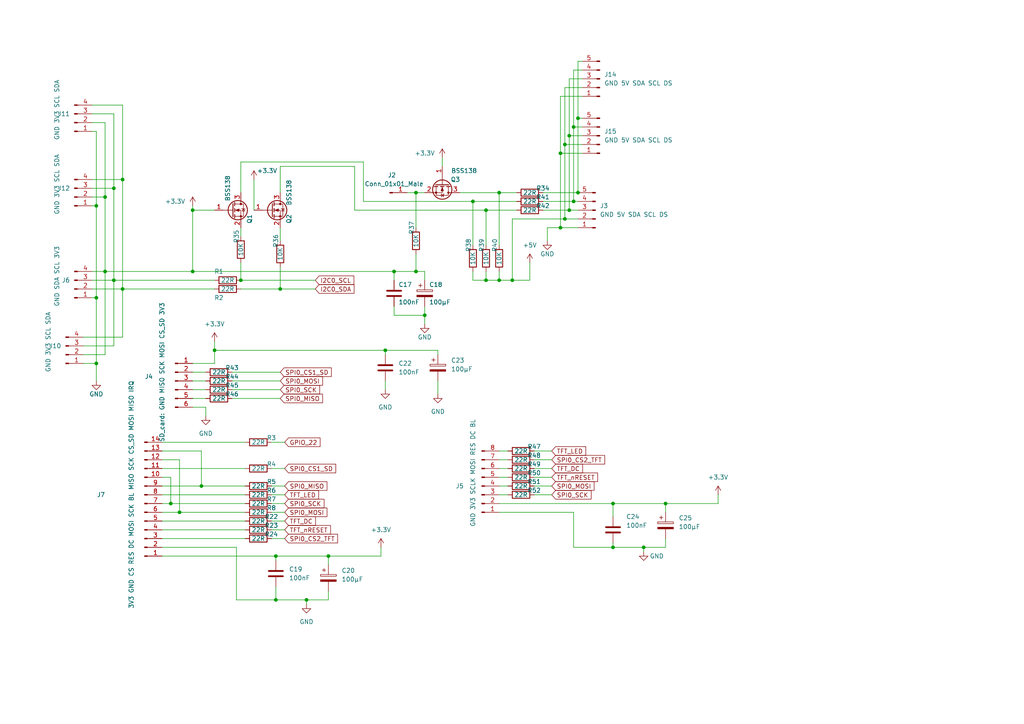
<source format=kicad_sch>
(kicad_sch (version 20211123) (generator eeschema)
  (paper "A4")
  (lib_symbols
    (symbol "Connector:Conn_01x01_Male" (pin_names (offset 1.016) hide)
      (property "Reference" "J" (at 0 2.54 0))
      (property "Value" "Conn_01x01_Male" (at 0 -2.54 0))
      (symbol "Conn_01x01_Male_1_1"
        (polyline (pts (xy 1.27 0) (xy 0.8636 0)) (stroke (width 0.1524)))
        (rectangle (start 0.8636 0.127) (end 0 -0.127) (stroke (width 0.1524)) (fill (type outline)))
        (pin passive line (at 5.08 0 180) (length 3.81) (name "Pin_1") (number "1"))
      )
    )
    (symbol "Connector:Conn_01x04_Male" (pin_names (offset 1.016) hide)
      (property "Reference" "J" (at 0 5.08 0))
      (property "Value" "Conn_01x04_Male" (at 0 -7.62 0))
      (symbol "Conn_01x04_Male_1_1"
        (polyline (pts (xy 1.27 -5.08) (xy 0.8636 -5.08)) (stroke (width 0.1524)))
        (polyline (pts (xy 1.27 -2.54) (xy 0.8636 -2.54)) (stroke (width 0.1524)))
        (polyline (pts (xy 1.27 0) (xy 0.8636 0)) (stroke (width 0.1524)))
        (polyline (pts (xy 1.27 2.54) (xy 0.8636 2.54)) (stroke (width 0.1524)))
        (rectangle (start 0.8636 -4.953) (end 0 -5.207) (stroke (width 0.1524)) (fill (type outline)))
        (rectangle (start 0.8636 -2.413) (end 0 -2.667) (stroke (width 0.1524)) (fill (type outline)))
        (rectangle (start 0.8636 0.127) (end 0 -0.127) (stroke (width 0.1524)) (fill (type outline)))
        (rectangle (start 0.8636 2.667) (end 0 2.413) (stroke (width 0.1524)) (fill (type outline)))
        (pin passive line (at 5.08 2.54 180) (length 3.81) (name "Pin_1") (number "1"))
        (pin passive line (at 5.08 0 180) (length 3.81) (name "Pin_2") (number "2"))
        (pin passive line (at 5.08 -2.54 180) (length 3.81) (name "Pin_3") (number "3"))
        (pin passive line (at 5.08 -5.08 180) (length 3.81) (name "Pin_4") (number "4"))
      )
    )
    (symbol "Connector:Conn_01x05_Male" (pin_names (offset 1.016) hide)
      (property "Reference" "J" (at 0 7.62 0))
      (property "Value" "Conn_01x05_Male" (at 0 -7.62 0))
      (symbol "Conn_01x05_Male_1_1"
        (polyline (pts (xy 1.27 -5.08) (xy 0.8636 -5.08)) (stroke (width 0.1524)))
        (polyline (pts (xy 1.27 -2.54) (xy 0.8636 -2.54)) (stroke (width 0.1524)))
        (polyline (pts (xy 1.27 0) (xy 0.8636 0)) (stroke (width 0.1524)))
        (polyline (pts (xy 1.27 2.54) (xy 0.8636 2.54)) (stroke (width 0.1524)))
        (polyline (pts (xy 1.27 5.08) (xy 0.8636 5.08)) (stroke (width 0.1524)))
        (rectangle (start 0.8636 -4.953) (end 0 -5.207) (stroke (width 0.1524)) (fill (type outline)))
        (rectangle (start 0.8636 -2.413) (end 0 -2.667) (stroke (width 0.1524)) (fill (type outline)))
        (rectangle (start 0.8636 0.127) (end 0 -0.127) (stroke (width 0.1524)) (fill (type outline)))
        (rectangle (start 0.8636 2.667) (end 0 2.413) (stroke (width 0.1524)) (fill (type outline)))
        (rectangle (start 0.8636 5.207) (end 0 4.953) (stroke (width 0.1524)) (fill (type outline)))
        (pin passive line (at 5.08 5.08 180) (length 3.81) (name "Pin_1") (number "1"))
        (pin passive line (at 5.08 2.54 180) (length 3.81) (name "Pin_2") (number "2"))
        (pin passive line (at 5.08 0 180) (length 3.81) (name "Pin_3") (number "3"))
        (pin passive line (at 5.08 -2.54 180) (length 3.81) (name "Pin_4") (number "4"))
        (pin passive line (at 5.08 -5.08 180) (length 3.81) (name "Pin_5") (number "5"))
      )
    )
    (symbol "Connector:Conn_01x06_Male" (pin_names (offset 1.016) hide)
      (property "Reference" "J" (at 0 7.62 0))
      (property "Value" "Conn_01x06_Male" (at 0 -10.16 0))
      (symbol "Conn_01x06_Male_1_1"
        (polyline (pts (xy 1.27 -7.62) (xy 0.8636 -7.62)) (stroke (width 0.1524)))
        (polyline (pts (xy 1.27 -5.08) (xy 0.8636 -5.08)) (stroke (width 0.1524)))
        (polyline (pts (xy 1.27 -2.54) (xy 0.8636 -2.54)) (stroke (width 0.1524)))
        (polyline (pts (xy 1.27 0) (xy 0.8636 0)) (stroke (width 0.1524)))
        (polyline (pts (xy 1.27 2.54) (xy 0.8636 2.54)) (stroke (width 0.1524)))
        (polyline (pts (xy 1.27 5.08) (xy 0.8636 5.08)) (stroke (width 0.1524)))
        (rectangle (start 0.8636 -7.493) (end 0 -7.747) (stroke (width 0.1524)) (fill (type outline)))
        (rectangle (start 0.8636 -4.953) (end 0 -5.207) (stroke (width 0.1524)) (fill (type outline)))
        (rectangle (start 0.8636 -2.413) (end 0 -2.667) (stroke (width 0.1524)) (fill (type outline)))
        (rectangle (start 0.8636 0.127) (end 0 -0.127) (stroke (width 0.1524)) (fill (type outline)))
        (rectangle (start 0.8636 2.667) (end 0 2.413) (stroke (width 0.1524)) (fill (type outline)))
        (rectangle (start 0.8636 5.207) (end 0 4.953) (stroke (width 0.1524)) (fill (type outline)))
        (pin passive line (at 5.08 5.08 180) (length 3.81) (name "Pin_1") (number "1"))
        (pin passive line (at 5.08 2.54 180) (length 3.81) (name "Pin_2") (number "2"))
        (pin passive line (at 5.08 0 180) (length 3.81) (name "Pin_3") (number "3"))
        (pin passive line (at 5.08 -2.54 180) (length 3.81) (name "Pin_4") (number "4"))
        (pin passive line (at 5.08 -5.08 180) (length 3.81) (name "Pin_5") (number "5"))
        (pin passive line (at 5.08 -7.62 180) (length 3.81) (name "Pin_6") (number "6"))
      )
    )
    (symbol "Connector:Conn_01x08_Male" (pin_names (offset 1.016) hide)
      (property "Reference" "J" (at 0 10.16 0))
      (property "Value" "Conn_01x08_Male" (at 0 -12.7 0))
      (symbol "Conn_01x08_Male_1_1"
        (polyline (pts (xy 1.27 -10.16) (xy 0.8636 -10.16)) (stroke (width 0.1524)))
        (polyline (pts (xy 1.27 -7.62) (xy 0.8636 -7.62)) (stroke (width 0.1524)))
        (polyline (pts (xy 1.27 -5.08) (xy 0.8636 -5.08)) (stroke (width 0.1524)))
        (polyline (pts (xy 1.27 -2.54) (xy 0.8636 -2.54)) (stroke (width 0.1524)))
        (polyline (pts (xy 1.27 0) (xy 0.8636 0)) (stroke (width 0.1524)))
        (polyline (pts (xy 1.27 2.54) (xy 0.8636 2.54)) (stroke (width 0.1524)))
        (polyline (pts (xy 1.27 5.08) (xy 0.8636 5.08)) (stroke (width 0.1524)))
        (polyline (pts (xy 1.27 7.62) (xy 0.8636 7.62)) (stroke (width 0.1524)))
        (rectangle (start 0.8636 -10.033) (end 0 -10.287) (stroke (width 0.1524)) (fill (type outline)))
        (rectangle (start 0.8636 -7.493) (end 0 -7.747) (stroke (width 0.1524)) (fill (type outline)))
        (rectangle (start 0.8636 -4.953) (end 0 -5.207) (stroke (width 0.1524)) (fill (type outline)))
        (rectangle (start 0.8636 -2.413) (end 0 -2.667) (stroke (width 0.1524)) (fill (type outline)))
        (rectangle (start 0.8636 0.127) (end 0 -0.127) (stroke (width 0.1524)) (fill (type outline)))
        (rectangle (start 0.8636 2.667) (end 0 2.413) (stroke (width 0.1524)) (fill (type outline)))
        (rectangle (start 0.8636 5.207) (end 0 4.953) (stroke (width 0.1524)) (fill (type outline)))
        (rectangle (start 0.8636 7.747) (end 0 7.493) (stroke (width 0.1524)) (fill (type outline)))
        (pin passive line (at 5.08 7.62 180) (length 3.81) (name "Pin_1") (number "1"))
        (pin passive line (at 5.08 5.08 180) (length 3.81) (name "Pin_2") (number "2"))
        (pin passive line (at 5.08 2.54 180) (length 3.81) (name "Pin_3") (number "3"))
        (pin passive line (at 5.08 0 180) (length 3.81) (name "Pin_4") (number "4"))
        (pin passive line (at 5.08 -2.54 180) (length 3.81) (name "Pin_5") (number "5"))
        (pin passive line (at 5.08 -5.08 180) (length 3.81) (name "Pin_6") (number "6"))
        (pin passive line (at 5.08 -7.62 180) (length 3.81) (name "Pin_7") (number "7"))
        (pin passive line (at 5.08 -10.16 180) (length 3.81) (name "Pin_8") (number "8"))
      )
    )
    (symbol "Connector:Conn_01x14_Male" (pin_names (offset 1.016) hide)
      (property "Reference" "J" (at 0 17.78 0))
      (property "Value" "Conn_01x14_Male" (at 0 -20.32 0))
      (symbol "Conn_01x14_Male_1_1"
        (polyline (pts (xy 1.27 -17.78) (xy 0.8636 -17.78)) (stroke (width 0.1524)))
        (polyline (pts (xy 1.27 -15.24) (xy 0.8636 -15.24)) (stroke (width 0.1524)))
        (polyline (pts (xy 1.27 -12.7) (xy 0.8636 -12.7)) (stroke (width 0.1524)))
        (polyline (pts (xy 1.27 -10.16) (xy 0.8636 -10.16)) (stroke (width 0.1524)))
        (polyline (pts (xy 1.27 -7.62) (xy 0.8636 -7.62)) (stroke (width 0.1524)))
        (polyline (pts (xy 1.27 -5.08) (xy 0.8636 -5.08)) (stroke (width 0.1524)))
        (polyline (pts (xy 1.27 -2.54) (xy 0.8636 -2.54)) (stroke (width 0.1524)))
        (polyline (pts (xy 1.27 0) (xy 0.8636 0)) (stroke (width 0.1524)))
        (polyline (pts (xy 1.27 2.54) (xy 0.8636 2.54)) (stroke (width 0.1524)))
        (polyline (pts (xy 1.27 5.08) (xy 0.8636 5.08)) (stroke (width 0.1524)))
        (polyline (pts (xy 1.27 7.62) (xy 0.8636 7.62)) (stroke (width 0.1524)))
        (polyline (pts (xy 1.27 10.16) (xy 0.8636 10.16)) (stroke (width 0.1524)))
        (polyline (pts (xy 1.27 12.7) (xy 0.8636 12.7)) (stroke (width 0.1524)))
        (polyline (pts (xy 1.27 15.24) (xy 0.8636 15.24)) (stroke (width 0.1524)))
        (rectangle (start 0.8636 -17.653) (end 0 -17.907) (stroke (width 0.1524)) (fill (type outline)))
        (rectangle (start 0.8636 -15.113) (end 0 -15.367) (stroke (width 0.1524)) (fill (type outline)))
        (rectangle (start 0.8636 -12.573) (end 0 -12.827) (stroke (width 0.1524)) (fill (type outline)))
        (rectangle (start 0.8636 -10.033) (end 0 -10.287) (stroke (width 0.1524)) (fill (type outline)))
        (rectangle (start 0.8636 -7.493) (end 0 -7.747) (stroke (width 0.1524)) (fill (type outline)))
        (rectangle (start 0.8636 -4.953) (end 0 -5.207) (stroke (width 0.1524)) (fill (type outline)))
        (rectangle (start 0.8636 -2.413) (end 0 -2.667) (stroke (width 0.1524)) (fill (type outline)))
        (rectangle (start 0.8636 0.127) (end 0 -0.127) (stroke (width 0.1524)) (fill (type outline)))
        (rectangle (start 0.8636 2.667) (end 0 2.413) (stroke (width 0.1524)) (fill (type outline)))
        (rectangle (start 0.8636 5.207) (end 0 4.953) (stroke (width 0.1524)) (fill (type outline)))
        (rectangle (start 0.8636 7.747) (end 0 7.493) (stroke (width 0.1524)) (fill (type outline)))
        (rectangle (start 0.8636 10.287) (end 0 10.033) (stroke (width 0.1524)) (fill (type outline)))
        (rectangle (start 0.8636 12.827) (end 0 12.573) (stroke (width 0.1524)) (fill (type outline)))
        (rectangle (start 0.8636 15.367) (end 0 15.113) (stroke (width 0.1524)) (fill (type outline)))
        (pin passive line (at 5.08 15.24 180) (length 3.81) (name "Pin_1") (number "1"))
        (pin passive line (at 5.08 -7.62 180) (length 3.81) (name "Pin_10") (number "10"))
        (pin passive line (at 5.08 -10.16 180) (length 3.81) (name "Pin_11") (number "11"))
        (pin passive line (at 5.08 -12.7 180) (length 3.81) (name "Pin_12") (number "12"))
        (pin passive line (at 5.08 -15.24 180) (length 3.81) (name "Pin_13") (number "13"))
        (pin passive line (at 5.08 -17.78 180) (length 3.81) (name "Pin_14") (number "14"))
        (pin passive line (at 5.08 12.7 180) (length 3.81) (name "Pin_2") (number "2"))
        (pin passive line (at 5.08 10.16 180) (length 3.81) (name "Pin_3") (number "3"))
        (pin passive line (at 5.08 7.62 180) (length 3.81) (name "Pin_4") (number "4"))
        (pin passive line (at 5.08 5.08 180) (length 3.81) (name "Pin_5") (number "5"))
        (pin passive line (at 5.08 2.54 180) (length 3.81) (name "Pin_6") (number "6"))
        (pin passive line (at 5.08 0 180) (length 3.81) (name "Pin_7") (number "7"))
        (pin passive line (at 5.08 -2.54 180) (length 3.81) (name "Pin_8") (number "8"))
        (pin passive line (at 5.08 -5.08 180) (length 3.81) (name "Pin_9") (number "9"))
      )
    )
    (symbol "Device:C" (pin_numbers hide) (pin_names (offset 0.254))
      (property "Reference" "C" (at 0.635 2.54 0))
      (property "Value" "C" (at 0.635 -2.54 0))
      (symbol "C_0_1"
        (polyline (pts (xy -2.032 -0.762) (xy 2.032 -0.762)) (stroke (width 0.508)))
        (polyline (pts (xy -2.032 0.762) (xy 2.032 0.762)) (stroke (width 0.508)))
      )
      (symbol "C_1_1"
        (pin passive line (at 0 3.81 270) (length 2.794) (name "~") (number "1"))
        (pin passive line (at 0 -3.81 90) (length 2.794) (name "~") (number "2"))
      )
    )
    (symbol "Device:C_Polarized" (pin_numbers hide) (pin_names (offset 0.254))
      (property "Reference" "C" (at 0.635 2.54 0))
      (property "Value" "C_Polarized" (at 0.635 -2.54 0))
      (symbol "C_Polarized_0_1"
        (rectangle (start -2.286 0.508) (end 2.286 1.016))
        (polyline (pts (xy -1.778 2.286) (xy -0.762 2.286)))
        (polyline (pts (xy -1.27 2.794) (xy -1.27 1.778)))
        (rectangle (start 2.286 -0.508) (end -2.286 -1.016) (fill (type outline)))
      )
      (symbol "C_Polarized_1_1"
        (pin passive line (at 0 3.81 270) (length 2.794) (name "~") (number "1"))
        (pin passive line (at 0 -3.81 90) (length 2.794) (name "~") (number "2"))
      )
    )
    (symbol "Device:R" (pin_numbers hide) (pin_names (offset 0))
      (property "Reference" "R" (at 2.032 0 90))
      (property "Value" "R" (at 0 0 90))
      (symbol "R_0_1"
        (rectangle (start -1.016 -2.54) (end 1.016 2.54) (stroke (width 0.254)))
      )
      (symbol "R_1_1"
        (pin passive line (at 0 3.81 270) (length 1.27) (name "~") (number "1"))
        (pin passive line (at 0 -3.81 90) (length 1.27) (name "~") (number "2"))
      )
    )
    (symbol "Transistor_FET:BSS138" (pin_names hide)
      (property "Reference" "Q" (at 5.08 1.905 0))
      (property "Value" "BSS138" (at 5.08 0 0))
      (symbol "BSS138_0_1"
        (polyline (pts (xy 0.254 0) (xy -2.54 0)))
        (polyline (pts (xy 0.254 1.905) (xy 0.254 -1.905)) (stroke (width 0.254)))
        (polyline (pts (xy 0.762 -1.27) (xy 0.762 -2.286)) (stroke (width 0.254)))
        (polyline (pts (xy 0.762 0.508) (xy 0.762 -0.508)) (stroke (width 0.254)))
        (polyline (pts (xy 0.762 2.286) (xy 0.762 1.27)) (stroke (width 0.254)))
        (polyline (pts (xy 2.54 2.54) (xy 2.54 1.778)))
        (polyline (pts (xy 2.54 -2.54) (xy 2.54 0) (xy 0.762 0)))
        (polyline (pts (xy 0.762 -1.778) (xy 3.302 -1.778) (xy 3.302 1.778) (xy 0.762 1.778)))
        (polyline (pts (xy 1.016 0) (xy 2.032 0.381) (xy 2.032 -0.381) (xy 1.016 0)) (fill (type outline)))
        (polyline (pts (xy 2.794 0.508) (xy 2.921 0.381) (xy 3.683 0.381) (xy 3.81 0.254)))
        (polyline (pts (xy 3.302 0.381) (xy 2.921 -0.254) (xy 3.683 -0.254) (xy 3.302 0.381)))
        (circle (center 1.651 0) (radius 2.794) (stroke (width 0.254)))
        (circle (center 2.54 -1.778) (radius 0.254) (fill (type outline)))
        (circle (center 2.54 1.778) (radius 0.254) (fill (type outline)))
      )
      (symbol "BSS138_1_1"
        (pin input line (at -5.08 0 0) (length 2.54) (name "G") (number "1"))
        (pin passive line (at 2.54 -5.08 90) (length 2.54) (name "S") (number "2"))
        (pin passive line (at 2.54 5.08 270) (length 2.54) (name "D") (number "3"))
      )
    )
    (symbol "power:+3.3V" (power) (pin_names (offset 0))
      (property "Value" "+3.3V" (at 0 3.556 0))
      (symbol "+3.3V_0_1"
        (polyline (pts (xy -0.762 1.27) (xy 0 2.54)))
        (polyline (pts (xy 0 0) (xy 0 2.54)))
        (polyline (pts (xy 0 2.54) (xy 0.762 1.27)))
      )
      (symbol "+3.3V_1_1"
        (pin power_in line (at 0 0 90) (length 0) hide (name "+3.3V") (number "1"))
      )
    )
    (symbol "power:+5V" (power) (pin_names (offset 0))
      (property "Value" "+5V" (at 0 3.556 0))
      (symbol "+5V_0_1"
        (polyline (pts (xy -0.762 1.27) (xy 0 2.54)))
        (polyline (pts (xy 0 0) (xy 0 2.54)))
        (polyline (pts (xy 0 2.54) (xy 0.762 1.27)))
      )
      (symbol "+5V_1_1"
        (pin power_in line (at 0 0 90) (length 0) hide (name "+5V") (number "1"))
      )
    )
    (symbol "power:GND" (power) (pin_names (offset 0))
      (property "Value" "GND" (at 0 -3.81 0))
      (symbol "GND_0_1"
        (polyline (pts (xy 0 0) (xy 0 -1.27) (xy 1.27 -1.27) (xy 0 -2.54) (xy -1.27 -1.27) (xy 0 -1.27)))
      )
      (symbol "GND_1_1"
        (pin power_in line (at 0 0 270) (length 0) hide (name "GND") (number "1"))
      )
    )
  )
  (junction (at 140.97 81.28))
  (junction (at 69.85 81.28))
  (junction (at 148.59 81.28))
  (junction (at 177.8 158.75))
  (junction (at 52.07 148.59))
  (junction (at 88.9 173.99))
  (junction (at 167.64 34.29))
  (junction (at 144.78 55.88))
  (junction (at 35.56 83.82))
  (junction (at 30.48 78.74))
  (junction (at 123.19 91.44))
  (junction (at 111.76 101.6))
  (junction (at 167.64 55.88))
  (junction (at 120.65 55.88))
  (junction (at 27.94 105.41))
  (junction (at 193.04 146.05))
  (junction (at 55.88 60.96))
  (junction (at 58.42 140.97))
  (junction (at 166.37 36.83))
  (junction (at 163.83 63.5))
  (junction (at 162.56 66.04))
  (junction (at 95.25 161.29))
  (junction (at 55.88 78.74))
  (junction (at 49.53 146.05))
  (junction (at 165.1 39.37))
  (junction (at 140.97 60.96))
  (junction (at 165.1 60.96))
  (junction (at 27.94 59.69))
  (junction (at 186.69 158.75))
  (junction (at 166.37 58.42))
  (junction (at 144.78 81.28))
  (junction (at 137.16 58.42))
  (junction (at 162.56 44.45))
  (junction (at 33.02 81.28))
  (junction (at 62.23 101.6))
  (junction (at 80.01 161.29))
  (junction (at 163.83 41.91))
  (junction (at 114.3 78.74))
  (junction (at 30.48 57.15))
  (junction (at 35.56 52.07))
  (junction (at 33.02 54.61))
  (junction (at 120.65 78.74))
  (junction (at 27.94 86.36))
  (junction (at 81.28 83.82))
  (junction (at 177.8 146.05))
  (junction (at 80.01 173.99))
  (wire (pts (xy 148.59 63.5) (xy 163.83 63.5)))
  (wire (pts (xy 46.99 156.21) (xy 71.12 156.21)))
  (wire (pts (xy 26.67 33.02) (xy 33.02 33.02)))
  (wire (pts (xy 55.88 113.03) (xy 59.69 113.03)))
  (wire (pts (xy 69.85 55.88) (xy 69.85 46.99)))
  (wire (pts (xy 186.69 158.75) (xy 177.8 158.75)))
  (wire (pts (xy 153.67 81.28) (xy 148.59 81.28)))
  (wire (pts (xy 46.99 151.13) (xy 71.12 151.13)))
  (wire (pts (xy 30.48 57.15) (xy 30.48 78.74)))
  (wire (pts (xy 144.78 133.35) (xy 147.32 133.35)))
  (wire (pts (xy 81.28 66.04) (xy 81.28 69.85)))
  (wire (pts (xy 140.97 60.96) (xy 140.97 71.12)))
  (wire (pts (xy 120.65 55.88) (xy 123.19 55.88)))
  (wire (pts (xy 154.94 143.51) (xy 160.02 143.51)))
  (wire (pts (xy 80.01 161.29) (xy 95.25 161.29)))
  (wire (pts (xy 46.99 133.35) (xy 52.07 133.35)))
  (wire (pts (xy 144.78 146.05) (xy 177.8 146.05)))
  (wire (pts (xy 78.74 140.97) (xy 82.55 140.97)))
  (wire (pts (xy 30.48 35.56) (xy 30.48 57.15)))
  (wire (pts (xy 154.94 135.89) (xy 160.02 135.89)))
  (wire (pts (xy 140.97 81.28) (xy 144.78 81.28)))
  (wire (pts (xy 33.02 54.61) (xy 33.02 81.28)))
  (wire (pts (xy 111.76 102.87) (xy 111.76 101.6)))
  (wire (pts (xy 69.85 81.28) (xy 91.44 81.28)))
  (wire (pts (xy 144.78 138.43) (xy 147.32 138.43)))
  (wire (pts (xy 120.65 73.66) (xy 120.65 78.74)))
  (wire (pts (xy 52.07 133.35) (xy 52.07 148.59)))
  (wire (pts (xy 166.37 36.83) (xy 166.37 58.42)))
  (wire (pts (xy 177.8 146.05) (xy 177.8 149.86)))
  (wire (pts (xy 35.56 52.07) (xy 35.56 83.82)))
  (wire (pts (xy 114.3 78.74) (xy 114.3 81.28)))
  (wire (pts (xy 62.23 101.6) (xy 62.23 105.41)))
  (wire (pts (xy 88.9 173.99) (xy 80.01 173.99)))
  (wire (pts (xy 148.59 63.5) (xy 148.59 81.28)))
  (wire (pts (xy 110.49 161.29) (xy 95.25 161.29)))
  (wire (pts (xy 166.37 36.83) (xy 168.91 36.83)))
  (wire (pts (xy 118.11 55.88) (xy 120.65 55.88)))
  (wire (pts (xy 123.19 91.44) (xy 123.19 93.98)))
  (wire (pts (xy 62.23 99.06) (xy 62.23 101.6)))
  (wire (pts (xy 140.97 78.74) (xy 140.97 81.28)))
  (wire (pts (xy 35.56 30.48) (xy 35.56 52.07)))
  (wire (pts (xy 127 102.87) (xy 127 101.6)))
  (wire (pts (xy 78.74 128.27) (xy 82.55 128.27)))
  (wire (pts (xy 123.19 78.74) (xy 123.19 81.28)))
  (wire (pts (xy 193.04 146.05) (xy 208.28 146.05)))
  (wire (pts (xy 168.91 22.86) (xy 165.1 22.86)))
  (wire (pts (xy 55.88 115.57) (xy 59.69 115.57)))
  (wire (pts (xy 69.85 66.04) (xy 69.85 68.58)))
  (wire (pts (xy 69.85 83.82) (xy 81.28 83.82)))
  (wire (pts (xy 102.87 48.26) (xy 81.28 48.26)))
  (wire (pts (xy 105.41 58.42) (xy 137.16 58.42)))
  (wire (pts (xy 137.16 58.42) (xy 137.16 71.12)))
  (wire (pts (xy 46.99 138.43) (xy 49.53 138.43)))
  (wire (pts (xy 35.56 83.82) (xy 62.23 83.82)))
  (wire (pts (xy 193.04 156.21) (xy 193.04 158.75)))
  (wire (pts (xy 24.13 102.87) (xy 30.48 102.87)))
  (wire (pts (xy 73.66 52.07) (xy 73.66 60.96)))
  (wire (pts (xy 55.88 78.74) (xy 114.3 78.74)))
  (wire (pts (xy 110.49 158.75) (xy 110.49 161.29)))
  (wire (pts (xy 123.19 88.9) (xy 123.19 91.44)))
  (wire (pts (xy 95.25 161.29) (xy 95.25 163.83)))
  (wire (pts (xy 165.1 39.37) (xy 165.1 60.96)))
  (wire (pts (xy 111.76 110.49) (xy 111.76 113.03)))
  (wire (pts (xy 33.02 81.28) (xy 62.23 81.28)))
  (wire (pts (xy 78.74 156.21) (xy 82.55 156.21)))
  (wire (pts (xy 137.16 58.42) (xy 149.86 58.42)))
  (wire (pts (xy 55.88 110.49) (xy 59.69 110.49)))
  (wire (pts (xy 165.1 22.86) (xy 165.1 39.37)))
  (wire (pts (xy 166.37 148.59) (xy 166.37 158.75)))
  (wire (pts (xy 163.83 41.91) (xy 168.91 41.91)))
  (wire (pts (xy 168.91 27.94) (xy 162.56 27.94)))
  (wire (pts (xy 30.48 102.87) (xy 30.48 78.74)))
  (wire (pts (xy 186.69 158.75) (xy 186.69 160.02)))
  (wire (pts (xy 26.67 78.74) (xy 30.48 78.74)))
  (wire (pts (xy 163.83 25.4) (xy 163.83 41.91)))
  (wire (pts (xy 162.56 66.04) (xy 167.64 66.04)))
  (wire (pts (xy 78.74 148.59) (xy 82.55 148.59)))
  (wire (pts (xy 144.78 135.89) (xy 147.32 135.89)))
  (wire (pts (xy 27.94 59.69) (xy 26.67 59.69)))
  (wire (pts (xy 80.01 170.18) (xy 80.01 173.99)))
  (wire (pts (xy 166.37 158.75) (xy 177.8 158.75)))
  (wire (pts (xy 177.8 157.48) (xy 177.8 158.75)))
  (wire (pts (xy 144.78 55.88) (xy 144.78 71.12)))
  (wire (pts (xy 81.28 48.26) (xy 81.28 55.88)))
  (wire (pts (xy 162.56 44.45) (xy 168.91 44.45)))
  (wire (pts (xy 144.78 81.28) (xy 148.59 81.28)))
  (wire (pts (xy 26.67 81.28) (xy 33.02 81.28)))
  (wire (pts (xy 81.28 77.47) (xy 81.28 83.82)))
  (wire (pts (xy 177.8 146.05) (xy 193.04 146.05)))
  (wire (pts (xy 114.3 91.44) (xy 123.19 91.44)))
  (wire (pts (xy 162.56 44.45) (xy 162.56 66.04)))
  (wire (pts (xy 67.31 113.03) (xy 81.28 113.03)))
  (wire (pts (xy 78.74 146.05) (xy 82.55 146.05)))
  (wire (pts (xy 46.99 161.29) (xy 80.01 161.29)))
  (wire (pts (xy 105.41 46.99) (xy 105.41 58.42)))
  (wire (pts (xy 162.56 27.94) (xy 162.56 44.45)))
  (wire (pts (xy 46.99 153.67) (xy 71.12 153.67)))
  (wire (pts (xy 55.88 60.96) (xy 55.88 78.74)))
  (wire (pts (xy 24.13 97.79) (xy 35.56 97.79)))
  (wire (pts (xy 140.97 60.96) (xy 149.86 60.96)))
  (wire (pts (xy 55.88 105.41) (xy 62.23 105.41)))
  (wire (pts (xy 58.42 130.81) (xy 58.42 140.97)))
  (wire (pts (xy 166.37 58.42) (xy 167.64 58.42)))
  (wire (pts (xy 163.83 41.91) (xy 163.83 63.5)))
  (wire (pts (xy 26.67 52.07) (xy 35.56 52.07)))
  (wire (pts (xy 137.16 81.28) (xy 140.97 81.28)))
  (wire (pts (xy 59.69 118.11) (xy 59.69 120.65)))
  (wire (pts (xy 67.31 107.95) (xy 81.28 107.95)))
  (wire (pts (xy 167.64 34.29) (xy 167.64 55.88)))
  (wire (pts (xy 193.04 146.05) (xy 193.04 148.59)))
  (wire (pts (xy 127 110.49) (xy 127 114.3)))
  (wire (pts (xy 46.99 140.97) (xy 58.42 140.97)))
  (wire (pts (xy 133.35 55.88) (xy 144.78 55.88)))
  (wire (pts (xy 157.48 58.42) (xy 166.37 58.42)))
  (wire (pts (xy 55.88 60.96) (xy 62.23 60.96)))
  (wire (pts (xy 120.65 55.88) (xy 120.65 66.04)))
  (wire (pts (xy 127 101.6) (xy 111.76 101.6)))
  (wire (pts (xy 27.94 38.1) (xy 27.94 59.69)))
  (wire (pts (xy 78.74 135.89) (xy 82.55 135.89)))
  (wire (pts (xy 26.67 57.15) (xy 30.48 57.15)))
  (wire (pts (xy 27.94 105.41) (xy 27.94 86.36)))
  (wire (pts (xy 68.58 173.99) (xy 80.01 173.99)))
  (wire (pts (xy 27.94 105.41) (xy 27.94 110.49)))
  (wire (pts (xy 153.67 76.2) (xy 153.67 81.28)))
  (wire (pts (xy 46.99 135.89) (xy 71.12 135.89)))
  (wire (pts (xy 167.64 17.78) (xy 167.64 34.29)))
  (wire (pts (xy 167.64 34.29) (xy 168.91 34.29)))
  (wire (pts (xy 168.91 17.78) (xy 167.64 17.78)))
  (wire (pts (xy 114.3 78.74) (xy 120.65 78.74)))
  (wire (pts (xy 67.31 110.49) (xy 81.28 110.49)))
  (wire (pts (xy 46.99 128.27) (xy 71.12 128.27)))
  (wire (pts (xy 69.85 76.2) (xy 69.85 81.28)))
  (wire (pts (xy 111.76 101.6) (xy 62.23 101.6)))
  (wire (pts (xy 26.67 30.48) (xy 35.56 30.48)))
  (wire (pts (xy 49.53 138.43) (xy 49.53 146.05)))
  (wire (pts (xy 95.25 173.99) (xy 88.9 173.99)))
  (wire (pts (xy 154.94 140.97) (xy 160.02 140.97)))
  (wire (pts (xy 144.78 143.51) (xy 147.32 143.51)))
  (wire (pts (xy 58.42 140.97) (xy 71.12 140.97)))
  (wire (pts (xy 163.83 63.5) (xy 167.64 63.5)))
  (wire (pts (xy 158.75 66.04) (xy 158.75 69.85)))
  (wire (pts (xy 55.88 107.95) (xy 59.69 107.95)))
  (wire (pts (xy 144.78 140.97) (xy 147.32 140.97)))
  (wire (pts (xy 137.16 78.74) (xy 137.16 81.28)))
  (wire (pts (xy 78.74 153.67) (xy 82.55 153.67)))
  (wire (pts (xy 69.85 46.99) (xy 105.41 46.99)))
  (wire (pts (xy 78.74 143.51) (xy 82.55 143.51)))
  (wire (pts (xy 26.67 35.56) (xy 30.48 35.56)))
  (wire (pts (xy 144.78 148.59) (xy 166.37 148.59)))
  (wire (pts (xy 27.94 59.69) (xy 27.94 86.36)))
  (wire (pts (xy 158.75 66.04) (xy 162.56 66.04)))
  (wire (pts (xy 26.67 38.1) (xy 27.94 38.1)))
  (wire (pts (xy 46.99 130.81) (xy 58.42 130.81)))
  (wire (pts (xy 68.58 158.75) (xy 46.99 158.75)))
  (wire (pts (xy 168.91 25.4) (xy 163.83 25.4)))
  (wire (pts (xy 33.02 100.33) (xy 33.02 81.28)))
  (wire (pts (xy 154.94 138.43) (xy 160.02 138.43)))
  (wire (pts (xy 80.01 161.29) (xy 80.01 162.56)))
  (wire (pts (xy 26.67 54.61) (xy 33.02 54.61)))
  (wire (pts (xy 102.87 60.96) (xy 140.97 60.96)))
  (wire (pts (xy 55.88 118.11) (xy 59.69 118.11)))
  (wire (pts (xy 55.88 59.69) (xy 55.88 60.96)))
  (wire (pts (xy 154.94 130.81) (xy 160.02 130.81)))
  (wire (pts (xy 168.91 20.32) (xy 166.37 20.32)))
  (wire (pts (xy 26.67 83.82) (xy 35.56 83.82)))
  (wire (pts (xy 144.78 55.88) (xy 149.86 55.88)))
  (wire (pts (xy 88.9 173.99) (xy 88.9 175.26)))
  (wire (pts (xy 128.27 45.72) (xy 128.27 48.26)))
  (wire (pts (xy 46.99 143.51) (xy 71.12 143.51)))
  (wire (pts (xy 157.48 55.88) (xy 167.64 55.88)))
  (wire (pts (xy 46.99 146.05) (xy 49.53 146.05)))
  (wire (pts (xy 68.58 158.75) (xy 68.58 173.99)))
  (wire (pts (xy 114.3 88.9) (xy 114.3 91.44)))
  (wire (pts (xy 81.28 83.82) (xy 91.44 83.82)))
  (wire (pts (xy 35.56 97.79) (xy 35.56 83.82)))
  (wire (pts (xy 95.25 171.45) (xy 95.25 173.99)))
  (wire (pts (xy 33.02 33.02) (xy 33.02 54.61)))
  (wire (pts (xy 154.94 133.35) (xy 160.02 133.35)))
  (wire (pts (xy 144.78 130.81) (xy 147.32 130.81)))
  (wire (pts (xy 26.67 86.36) (xy 27.94 86.36)))
  (wire (pts (xy 157.48 60.96) (xy 165.1 60.96)))
  (wire (pts (xy 52.07 148.59) (xy 71.12 148.59)))
  (wire (pts (xy 24.13 100.33) (xy 33.02 100.33)))
  (wire (pts (xy 120.65 78.74) (xy 123.19 78.74)))
  (wire (pts (xy 208.28 143.51) (xy 208.28 146.05)))
  (wire (pts (xy 144.78 78.74) (xy 144.78 81.28)))
  (wire (pts (xy 30.48 78.74) (xy 55.88 78.74)))
  (wire (pts (xy 166.37 20.32) (xy 166.37 36.83)))
  (wire (pts (xy 165.1 60.96) (xy 167.64 60.96)))
  (wire (pts (xy 67.31 115.57) (xy 81.28 115.57)))
  (wire (pts (xy 78.74 151.13) (xy 82.55 151.13)))
  (wire (pts (xy 24.13 105.41) (xy 27.94 105.41)))
  (wire (pts (xy 165.1 39.37) (xy 168.91 39.37)))
  (wire (pts (xy 46.99 148.59) (xy 52.07 148.59)))
  (wire (pts (xy 193.04 158.75) (xy 186.69 158.75)))
  (wire (pts (xy 102.87 60.96) (xy 102.87 48.26)))
  (wire (pts (xy 49.53 146.05) (xy 71.12 146.05)))
  (global_label "SPI0_MOSI" (shape input) (at 160.02 140.97 0) (property "Intersheet References" "${INTERSHEET_REFS}" (at 172.2907 140.8906 0) (effects (justify left))))
  (global_label "SPI0_SCK" (shape input) (at 160.02 143.51 0) (property "Intersheet References" "${INTERSHEET_REFS}" (at 171.4441 143.4306 0) (effects (justify left))))
  (global_label "TFT_nRESET" (shape input) (at 160.02 138.43 0) (property "Intersheet References" "${INTERSHEET_REFS}" (at 173.3188 138.3506 0) (effects (justify left))))
  (global_label "SPI0_MOSI" (shape input) (at 81.28 110.49 0) (property "Intersheet References" "${INTERSHEET_REFS}" (at 93.5507 110.4106 0) (effects (justify left))))
  (global_label "TFT_DC" (shape input) (at 160.02 135.89 0) (property "Intersheet References" "${INTERSHEET_REFS}" (at 168.9645 135.8106 0) (effects (justify left))))
  (global_label "GPIO_22" (shape input) (at 82.55 128.27 0) (property "Intersheet References" "${INTERSHEET_REFS}" (at 92.825 128.1906 0) (effects (justify left))))
  (global_label "SPI0_CS2_TFT" (shape input) (at 160.02 133.35 0) (property "Intersheet References" "${INTERSHEET_REFS}" (at 175.375 133.2706 0) (effects (justify left))))
  (global_label "SPI0_MISO" (shape input) (at 82.55 140.97 0) (property "Intersheet References" "${INTERSHEET_REFS}" (at 94.8207 140.8906 0) (effects (justify left))))
  (global_label "I2C0_SCL" (shape input) (at 91.44 81.28 0) (property "Intersheet References" "${INTERSHEET_REFS}" (at 102.6221 81.2006 0) (effects (justify left))))
  (global_label "TFT_DC" (shape input) (at 82.55 151.13 0) (property "Intersheet References" "${INTERSHEET_REFS}" (at 91.4945 151.0506 0) (effects (justify left))))
  (global_label "SPI0_CS2_TFT" (shape input) (at 82.55 156.21 0) (property "Intersheet References" "${INTERSHEET_REFS}" (at 97.905 156.1306 0) (effects (justify left))))
  (global_label "TFT_nRESET" (shape input) (at 82.55 153.67 0) (property "Intersheet References" "${INTERSHEET_REFS}" (at 95.8488 153.5906 0) (effects (justify left))))
  (global_label "SPI0_SCK" (shape input) (at 82.55 146.05 0) (property "Intersheet References" "${INTERSHEET_REFS}" (at 93.9741 145.9706 0) (effects (justify left))))
  (global_label "SPI0_CS1_SD" (shape input) (at 82.55 135.89 0) (property "Intersheet References" "${INTERSHEET_REFS}" (at 97.3607 135.8106 0) (effects (justify left))))
  (global_label "TFT_LED" (shape input) (at 82.55 143.51 0) (property "Intersheet References" "${INTERSHEET_REFS}" (at 92.4017 143.4306 0) (effects (justify left))))
  (global_label "I2C0_SDA" (shape input) (at 91.44 83.82 0) (property "Intersheet References" "${INTERSHEET_REFS}" (at 102.6826 83.7406 0) (effects (justify left))))
  (global_label "SPI0_CS1_SD" (shape input) (at 81.28 107.95 0) (property "Intersheet References" "${INTERSHEET_REFS}" (at 96.0907 107.8706 0) (effects (justify left))))
  (global_label "SPI0_MOSI" (shape input) (at 82.55 148.59 0) (property "Intersheet References" "${INTERSHEET_REFS}" (at 94.8207 148.5106 0) (effects (justify left))))
  (global_label "SPI0_SCK" (shape input) (at 81.28 113.03 0) (property "Intersheet References" "${INTERSHEET_REFS}" (at 92.7041 112.9506 0) (effects (justify left))))
  (global_label "TFT_LED" (shape input) (at 160.02 130.81 0) (property "Intersheet References" "${INTERSHEET_REFS}" (at 169.8717 130.7306 0) (effects (justify left))))
  (global_label "SPI0_MISO" (shape input) (at 81.28 115.57 0) (property "Intersheet References" "${INTERSHEET_REFS}" (at 93.5507 115.4906 0) (effects (justify left))))
  (symbol (lib_id "Connector:Conn_01x05_Male") (at 173.99 22.86 180) (unit 1)
    (property "Reference" "J14" (at 175.26 21.5899 0) (effects (justify right)))
    (property "Value" "GND 5V SDA SCL DS " (at 175.26 24.1299 0) (effects (justify right)))
    (property "Footprint" "Connector_PinHeader_2.54mm:PinHeader_1x05_P2.54mm_Vertical" (effects hide))
  )
  (symbol (lib_id "power:+5V") (at 153.67 76.2 0) (unit 1)
    (property "Reference" "#PWR017" (effects hide))
    (property "Value" "+5V" (at 153.67 71.12 0))
  )
  (symbol (lib_id "Device:R") (at 74.93 128.27 90) (unit 1)
    (property "Reference" "R3" (at 78.74 127 90))
    (property "Value" "22R" (at 74.93 128.27 90))
    (property "Footprint" "Resistor_SMD:R_0805_2012Metric_Pad1.20x1.40mm_HandSolder" (effects hide))
  )
  (symbol (lib_id "power:+3.3V") (at 110.49 158.75 0) (unit 1)
    (property "Reference" "#PWR0107" (effects hide))
    (property "Value" "+3.3V" (at 110.49 153.67 0))
  )
  (symbol (lib_id "power:GND") (at 123.19 93.98 0) (unit 1)
    (property "Reference" "#PWR0106" (effects hide))
    (property "Value" "GND" (at 123.19 97.79 0))
  )
  (symbol (lib_id "power:+3.3V") (at 128.27 45.72 0) (unit 1)
    (property "Reference" "#PWR019" (effects hide))
    (property "Value" "+3.3V" (at 123.19 44.45 0))
  )
  (symbol (lib_id "Connector:Conn_01x14_Male") (at 41.91 146.05 0) (mirror x) (unit 1)
    (property "Reference" "J7" (at 30.48 143.51 0) (effects (justify right)))
    (property "Value" "3V3 GND CS RES DC MOSI SCK BL MISO SCK CS_SD MOSI MISO IRQ " (at 38.1 176.53 90) (effects (justify right)))
    (property "Footprint" "Connector_PinSocket_2.54mm:PinSocket_1x14_P2.54mm_Vertical" (effects hide))
  )
  (symbol (lib_id "power:+3.3V") (at 62.23 99.06 0) (unit 1)
    (property "Reference" "#PWR022" (effects hide))
    (property "Value" "+3.3V" (at 62.23 93.98 0))
  )
  (symbol (lib_id "Device:R") (at 140.97 74.93 180) (unit 1)
    (property "Reference" "R39" (at 139.7 71.12 90))
    (property "Value" "10K" (at 140.97 74.93 90))
    (property "Footprint" "Resistor_SMD:R_0805_2012Metric_Pad1.20x1.40mm_HandSolder" (effects hide))
  )
  (symbol (lib_id "Device:R") (at 74.93 135.89 90) (unit 1)
    (property "Reference" "R4" (at 78.74 134.62 90))
    (property "Value" "22R" (at 74.93 135.89 90))
    (property "Footprint" "Resistor_SMD:R_0805_2012Metric_Pad1.20x1.40mm_HandSolder" (effects hide))
  )
  (symbol (lib_id "Device:R") (at 151.13 140.97 90) (unit 1)
    (property "Reference" "R51" (at 154.94 139.7 90))
    (property "Value" "22R" (at 151.13 140.97 90))
    (property "Footprint" "Resistor_SMD:R_0805_2012Metric_Pad1.20x1.40mm_HandSolder" (effects hide))
  )
  (symbol (lib_id "power:+3.3V") (at 73.66 52.07 0) (unit 1)
    (property "Reference" "#PWR018" (effects hide))
    (property "Value" "+3.3V" (at 77.47 49.53 0))
  )
  (symbol (lib_id "Device:C") (at 114.3 85.09 0) (unit 1)
    (property "Reference" "C17" (at 115.57 82.55 0) (effects (justify left)))
    (property "Value" "100nF" (at 115.57 87.63 0) (effects (justify left)))
    (property "Footprint" "Capacitor_SMD:C_0805_2012Metric_Pad1.18x1.45mm_HandSolder" (effects hide))
  )
  (symbol (lib_id "Device:R") (at 151.13 130.81 90) (unit 1)
    (property "Reference" "R47" (at 154.94 129.54 90))
    (property "Value" "22R" (at 151.13 130.81 90))
    (property "Footprint" "Resistor_SMD:R_0805_2012Metric_Pad1.20x1.40mm_HandSolder" (effects hide))
  )
  (symbol (lib_id "Device:R") (at 69.85 72.39 180) (unit 1)
    (property "Reference" "R35" (at 68.58 68.58 90))
    (property "Value" "10K" (at 69.85 72.39 90))
    (property "Footprint" "Resistor_SMD:R_0805_2012Metric_Pad1.20x1.40mm_HandSolder" (effects hide))
  )
  (symbol (lib_id "Device:C_Polarized") (at 123.19 85.09 0) (unit 1)
    (property "Reference" "C18" (at 124.46 82.55 0) (effects (justify left)))
    (property "Value" "100µF" (at 124.46 87.63 0) (effects (justify left)))
    (property "Footprint" "Capacitor_THT:CP_Radial_D8.0mm_P3.80mm" (effects hide))
  )
  (symbol (lib_id "Connector:Conn_01x08_Male") (at 139.7 140.97 0) (mirror x) (unit 1)
    (property "Reference" "J5" (at 133.35 140.97 0))
    (property "Value" "GND 3V3 SCLK MOSI RES DC BL" (at 137.16 137.16 90))
    (property "Footprint" "Connector_PinSocket_2.54mm:PinSocket_1x08_P2.54mm_Vertical" (effects hide))
  )
  (symbol (lib_id "Transistor_FET:BSS138") (at 78.74 60.96 0) (unit 1)
    (property "Reference" "Q2" (at 83.82 63.5 90))
    (property "Value" "BSS138" (at 83.82 55.88 90))
    (property "Footprint" "Package_TO_SOT_SMD:SOT-23" (effects hide))
    (property "Datasheet" "https://www.onsemi.com/pub/Collateral/BSS138-D.PDF" (effects hide))
  )
  (symbol (lib_id "Connector:Conn_01x01_Male") (at 113.03 55.88 0) (unit 1)
    (property "Reference" "J2" (at 113.665 50.8 0))
    (property "Value" "Conn_01x01_Male" (at 114.3 53.34 0))
    (property "Footprint" "Connector_PinHeader_2.54mm:PinHeader_1x01_P2.54mm_Vertical" (effects hide))
  )
  (symbol (lib_id "Device:R") (at 151.13 135.89 90) (unit 1)
    (property "Reference" "R49" (at 154.94 134.62 90))
    (property "Value" "22R" (at 151.13 135.89 90))
    (property "Footprint" "Resistor_SMD:R_0805_2012Metric_Pad1.20x1.40mm_HandSolder" (effects hide))
  )
  (symbol (lib_id "Device:R") (at 151.13 133.35 90) (unit 1)
    (property "Reference" "R48" (at 154.94 132.08 90))
    (property "Value" "22R" (at 151.13 133.35 90))
    (property "Footprint" "Resistor_SMD:R_0805_2012Metric_Pad1.20x1.40mm_HandSolder" (effects hide))
  )
  (symbol (lib_id "Device:R") (at 120.65 69.85 180) (unit 1)
    (property "Reference" "R37" (at 119.38 66.04 90))
    (property "Value" "10K" (at 120.65 69.85 90))
    (property "Footprint" "Resistor_SMD:R_0805_2012Metric_Pad1.20x1.40mm_HandSolder" (effects hide))
  )
  (symbol (lib_id "Device:C") (at 111.76 106.68 0) (unit 1)
    (property "Reference" "C22" (at 115.57 105.4099 0) (effects (justify left)))
    (property "Value" "100nF" (at 115.57 107.9499 0) (effects (justify left)))
    (property "Footprint" "Capacitor_SMD:C_0805_2012Metric_Pad1.18x1.45mm_HandSolder" (effects hide))
  )
  (symbol (lib_id "Device:C_Polarized") (at 193.04 152.4 0) (unit 1)
    (property "Reference" "C25" (at 196.85 150.2409 0) (effects (justify left)))
    (property "Value" "100µF" (at 196.85 152.7809 0) (effects (justify left)))
    (property "Footprint" "Capacitor_THT:CP_Radial_D8.0mm_P3.80mm" (effects hide))
  )
  (symbol (lib_id "Device:R") (at 63.5 113.03 90) (unit 1)
    (property "Reference" "R45" (at 67.31 111.76 90))
    (property "Value" "22R" (at 63.5 113.03 90))
    (property "Footprint" "Resistor_SMD:R_0805_2012Metric_Pad1.20x1.40mm_HandSolder" (effects hide))
  )
  (symbol (lib_id "Device:R") (at 74.93 153.67 90) (unit 1)
    (property "Reference" "R23" (at 78.74 152.4 90))
    (property "Value" "22R" (at 74.93 153.67 90))
    (property "Footprint" "Resistor_SMD:R_0805_2012Metric_Pad1.20x1.40mm_HandSolder" (effects hide))
  )
  (symbol (lib_id "Connector:Conn_01x05_Male") (at 173.99 39.37 180) (unit 1)
    (property "Reference" "J15" (at 175.26 38.0999 0) (effects (justify right)))
    (property "Value" "GND 5V SDA SCL DS " (at 175.26 40.6399 0) (effects (justify right)))
    (property "Footprint" "Connector_PinHeader_2.54mm:PinHeader_1x05_P2.54mm_Vertical" (effects hide))
  )
  (symbol (lib_id "Device:R") (at 153.67 58.42 90) (unit 1)
    (property "Reference" "R41" (at 157.48 57.15 90))
    (property "Value" "22R" (at 153.67 58.42 90))
    (property "Footprint" "Resistor_SMD:R_0805_2012Metric_Pad1.20x1.40mm_HandSolder" (effects hide))
  )
  (symbol (lib_id "power:GND") (at 158.75 69.85 0) (unit 1)
    (property "Reference" "#PWR025" (effects hide))
    (property "Value" "GND" (at 158.75 73.66 0))
  )
  (symbol (lib_id "Device:R") (at 153.67 55.88 90) (unit 1)
    (property "Reference" "R34" (at 157.48 54.61 90))
    (property "Value" "22R" (at 153.67 55.88 90))
    (property "Footprint" "Resistor_SMD:R_0805_2012Metric_Pad1.20x1.40mm_HandSolder" (effects hide))
  )
  (symbol (lib_id "Device:R") (at 74.93 151.13 90) (unit 1)
    (property "Reference" "R22" (at 78.74 149.86 90))
    (property "Value" "22R" (at 74.93 151.13 90))
    (property "Footprint" "Resistor_SMD:R_0805_2012Metric_Pad1.20x1.40mm_HandSolder" (effects hide))
  )
  (symbol (lib_id "Device:R") (at 74.93 156.21 90) (unit 1)
    (property "Reference" "R24" (at 78.74 154.94 90))
    (property "Value" "22R" (at 74.93 156.21 90))
    (property "Footprint" "Resistor_SMD:R_0805_2012Metric_Pad1.20x1.40mm_HandSolder" (effects hide))
  )
  (symbol (lib_id "Device:R") (at 63.5 107.95 90) (unit 1)
    (property "Reference" "R43" (at 67.31 106.68 90))
    (property "Value" "22R" (at 63.5 107.95 90))
    (property "Footprint" "Resistor_SMD:R_0805_2012Metric_Pad1.20x1.40mm_HandSolder" (effects hide))
  )
  (symbol (lib_id "Device:R") (at 63.5 110.49 90) (unit 1)
    (property "Reference" "R44" (at 67.31 109.22 90))
    (property "Value" "22R" (at 63.5 110.49 90))
    (property "Footprint" "Resistor_SMD:R_0805_2012Metric_Pad1.20x1.40mm_HandSolder" (effects hide))
  )
  (symbol (lib_id "Device:R") (at 137.16 74.93 180) (unit 1)
    (property "Reference" "R38" (at 135.89 71.12 90))
    (property "Value" "10K" (at 137.16 74.93 90))
    (property "Footprint" "Resistor_SMD:R_0805_2012Metric_Pad1.20x1.40mm_HandSolder" (effects hide))
  )
  (symbol (lib_id "Device:C_Polarized") (at 95.25 167.64 0) (unit 1)
    (property "Reference" "C20" (at 99.06 165.4809 0) (effects (justify left)))
    (property "Value" "100µF" (at 99.06 168.0209 0) (effects (justify left)))
    (property "Footprint" "Capacitor_THT:CP_Radial_D8.0mm_P3.80mm" (effects hide))
  )
  (symbol (lib_id "Device:R") (at 63.5 115.57 90) (unit 1)
    (property "Reference" "R46" (at 67.31 114.3 90))
    (property "Value" "22R" (at 63.5 115.57 90))
    (property "Footprint" "Resistor_SMD:R_0805_2012Metric_Pad1.20x1.40mm_HandSolder" (effects hide))
  )
  (symbol (lib_id "Connector:Conn_01x04_Male") (at 21.59 83.82 0) (mirror x) (unit 1)
    (property "Reference" "J6" (at 20.32 81.2799 0) (effects (justify right)))
    (property "Value" "GND SDA SCL 3V3" (at 16.51 88.9 90) (effects (justify right)))
    (property "Footprint" "Connector_JST:JST_XH_B4B-XH-A_1x04_P2.50mm_Vertical" (effects hide))
  )
  (symbol (lib_id "Device:R") (at 74.93 148.59 90) (unit 1)
    (property "Reference" "R8" (at 78.74 147.32 90))
    (property "Value" "22R" (at 74.93 148.59 90))
    (property "Footprint" "Resistor_SMD:R_0805_2012Metric_Pad1.20x1.40mm_HandSolder" (effects hide))
  )
  (symbol (lib_id "Device:R") (at 151.13 143.51 90) (unit 1)
    (property "Reference" "R52" (at 154.94 142.24 90))
    (property "Value" "22R" (at 151.13 143.51 90))
    (property "Footprint" "Resistor_SMD:R_0805_2012Metric_Pad1.20x1.40mm_HandSolder" (effects hide))
  )
  (symbol (lib_id "Connector:Conn_01x05_Male") (at 172.72 60.96 180) (unit 1)
    (property "Reference" "J3" (at 173.99 59.6899 0) (effects (justify right)))
    (property "Value" "GND 5V SDA SCL DS " (at 173.99 62.2299 0) (effects (justify right)))
    (property "Footprint" "Connector_PinHeader_2.54mm:PinHeader_1x05_P2.54mm_Vertical" (effects hide))
  )
  (symbol (lib_id "power:GND") (at 127 114.3 0) (unit 1)
    (property "Reference" "#PWR024" (effects hide))
    (property "Value" "GND" (at 127 119.38 0))
  )
  (symbol (lib_id "Connector:Conn_01x04_Male") (at 21.59 57.15 0) (mirror x) (unit 1)
    (property "Reference" "J12" (at 20.32 54.6099 0) (effects (justify right)))
    (property "Value" "GND 3V3 SCL SDA" (at 16.51 62.23 90) (effects (justify right)))
    (property "Footprint" "Connector_PinHeader_2.54mm:PinHeader_1x04_P2.54mm_Vertical" (effects hide))
  )
  (symbol (lib_id "Device:R") (at 74.93 146.05 90) (unit 1)
    (property "Reference" "R7" (at 78.74 144.78 90))
    (property "Value" "22R" (at 74.93 146.05 90))
    (property "Footprint" "Resistor_SMD:R_0805_2012Metric_Pad1.20x1.40mm_HandSolder" (effects hide))
  )
  (symbol (lib_id "Connector:Conn_01x04_Male") (at 19.05 102.87 0) (mirror x) (unit 1)
    (property "Reference" "J10" (at 17.78 100.3299 0) (effects (justify right)))
    (property "Value" "GND 3V3 SCL SDA" (at 13.97 107.95 90) (effects (justify right)))
    (property "Footprint" "Connector_PinHeader_2.54mm:PinHeader_1x04_P2.54mm_Vertical" (effects hide))
  )
  (symbol (lib_id "Device:R") (at 74.93 140.97 90) (unit 1)
    (property "Reference" "R5" (at 78.74 139.7 90))
    (property "Value" "22R" (at 74.93 140.97 90))
    (property "Footprint" "Resistor_SMD:R_0805_2012Metric_Pad1.20x1.40mm_HandSolder" (effects hide))
  )
  (symbol (lib_id "Device:C") (at 177.8 153.67 0) (unit 1)
    (property "Reference" "C24" (at 181.61 149.8599 0) (effects (justify left)))
    (property "Value" "100nF" (at 181.61 152.3999 0) (effects (justify left)))
    (property "Footprint" "Capacitor_SMD:C_0805_2012Metric_Pad1.18x1.45mm_HandSolder" (effects hide))
  )
  (symbol (lib_id "power:GND") (at 59.69 120.65 0) (unit 1)
    (property "Reference" "#PWR021" (effects hide))
    (property "Value" "GND" (at 59.69 125.73 0))
  )
  (symbol (lib_id "Connector:Conn_01x04_Male") (at 21.59 35.56 0) (mirror x) (unit 1)
    (property "Reference" "J11" (at 20.32 33.0199 0) (effects (justify right)))
    (property "Value" "GND 3V3 SCL SDA" (at 16.51 40.64 90) (effects (justify right)))
    (property "Footprint" "Connector_PinHeader_2.54mm:PinHeader_1x04_P2.54mm_Vertical" (effects hide))
  )
  (symbol (lib_id "Transistor_FET:BSS138") (at 128.27 53.34 270) (unit 1)
    (property "Reference" "Q3" (at 132.08 52.07 90))
    (property "Value" "BSS138" (at 134.62 49.53 90))
    (property "Footprint" "Package_TO_SOT_SMD:SOT-23" (effects hide))
    (property "Datasheet" "https://www.onsemi.com/pub/Collateral/BSS138-D.PDF" (effects hide))
  )
  (symbol (lib_id "power:GND") (at 111.76 113.03 0) (unit 1)
    (property "Reference" "#PWR023" (effects hide))
    (property "Value" "GND" (at 111.76 118.11 0))
  )
  (symbol (lib_id "Device:C") (at 80.01 166.37 0) (unit 1)
    (property "Reference" "C19" (at 83.82 165.0999 0) (effects (justify left)))
    (property "Value" "100nF" (at 83.82 167.6399 0) (effects (justify left)))
    (property "Footprint" "Capacitor_SMD:C_0805_2012Metric_Pad1.18x1.45mm_HandSolder" (effects hide))
  )
  (symbol (lib_id "power:+3.3V") (at 208.28 143.51 0) (unit 1)
    (property "Reference" "#PWR027" (effects hide))
    (property "Value" "+3.3V" (at 208.28 138.43 0))
  )
  (symbol (lib_id "Connector:Conn_01x06_Male") (at 50.8 110.49 0) (unit 1)
    (property "Reference" "J4" (at 43.18 109.22 0))
    (property "Value" "SD_card: GND MISO SCK MOSI CS_SD 3V3" (at 46.99 107.95 90))
    (property "Footprint" "Connector_PinHeader_2.54mm:PinHeader_1x06_P2.54mm_Vertical" (effects hide))
  )
  (symbol (lib_id "Device:R") (at 74.93 143.51 90) (unit 1)
    (property "Reference" "R6" (at 78.74 142.24 90))
    (property "Value" "22R" (at 74.93 143.51 90))
    (property "Footprint" "Resistor_SMD:R_0805_2012Metric_Pad1.20x1.40mm_HandSolder" (effects hide))
  )
  (symbol (lib_id "Device:R") (at 151.13 138.43 90) (unit 1)
    (property "Reference" "R50" (at 154.94 137.16 90))
    (property "Value" "22R" (at 151.13 138.43 90))
    (property "Footprint" "Resistor_SMD:R_0805_2012Metric_Pad1.20x1.40mm_HandSolder" (effects hide))
  )
  (symbol (lib_id "Device:R") (at 66.04 83.82 90) (unit 1)
    (property "Reference" "R2" (at 63.5 86.36 90))
    (property "Value" "22R" (at 66.04 83.82 90))
    (property "Footprint" "Resistor_SMD:R_0805_2012Metric_Pad1.20x1.40mm_HandSolder" (effects hide))
  )
  (symbol (lib_id "Device:R") (at 144.78 74.93 180) (unit 1)
    (property "Reference" "R40" (at 143.51 71.12 90))
    (property "Value" "10K" (at 144.78 74.93 90))
    (property "Footprint" "Resistor_SMD:R_0805_2012Metric_Pad1.20x1.40mm_HandSolder" (effects hide))
  )
  (symbol (lib_id "power:+3.3V") (at 55.88 59.69 0) (unit 1)
    (property "Reference" "#PWR0105" (effects hide))
    (property "Value" "+3.3V" (at 50.8 58.42 0))
  )
  (symbol (lib_id "Device:R") (at 153.67 60.96 90) (unit 1)
    (property "Reference" "R42" (at 157.48 59.69 90))
    (property "Value" "22R" (at 153.67 60.96 90))
    (property "Footprint" "Resistor_SMD:R_0805_2012Metric_Pad1.20x1.40mm_HandSolder" (effects hide))
  )
  (symbol (lib_id "Device:C_Polarized") (at 127 106.68 0) (unit 1)
    (property "Reference" "C23" (at 130.81 104.5209 0) (effects (justify left)))
    (property "Value" "100µF" (at 130.81 107.0609 0) (effects (justify left)))
    (property "Footprint" "Capacitor_THT:CP_Radial_D8.0mm_P3.80mm" (effects hide))
  )
  (symbol (lib_id "power:GND") (at 27.94 110.49 0) (unit 1)
    (property "Reference" "#PWR020" (effects hide))
    (property "Value" "GND" (at 27.94 114.3 0))
  )
  (symbol (lib_id "Device:R") (at 81.28 73.66 180) (unit 1)
    (property "Reference" "R36" (at 80.01 69.85 90))
    (property "Value" "10K" (at 81.28 73.66 90))
    (property "Footprint" "Resistor_SMD:R_0805_2012Metric_Pad1.20x1.40mm_HandSolder" (effects hide))
  )
  (symbol (lib_id "power:GND") (at 88.9 175.26 0) (unit 1)
    (property "Reference" "#PWR0108" (effects hide))
    (property "Value" "GND" (at 88.9 180.34 0))
  )
  (symbol (lib_id "Transistor_FET:BSS138") (at 67.31 60.96 0) (unit 1)
    (property "Reference" "Q1" (at 72.39 63.5 90))
    (property "Value" "BSS138" (at 66.04 54.61 90))
    (property "Footprint" "Package_TO_SOT_SMD:SOT-23" (effects hide))
    (property "Datasheet" "https://www.onsemi.com/pub/Collateral/BSS138-D.PDF" (effects hide))
  )
  (symbol (lib_id "Device:R") (at 66.04 81.28 90) (unit 1)
    (property "Reference" "R1" (at 63.5 78.74 90))
    (property "Value" "22R" (at 66.04 81.28 90))
    (property "Footprint" "Resistor_SMD:R_0805_2012Metric_Pad1.20x1.40mm_HandSolder" (effects hide))
  )
  (symbol (lib_id "power:GND") (at 186.69 160.02 0) (unit 1)
    (property "Reference" "#PWR026" (effects hide))
    (property "Value" "GND" (at 190.5 161.29 0))
  )
)
</source>
